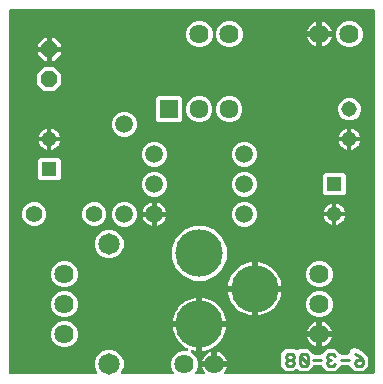
<source format=gbr>
G04 EAGLE Gerber RS-274X export*
G75*
%MOMM*%
%FSLAX34Y34*%
%LPD*%
%INBottom Copper*%
%IPPOS*%
%AMOC8*
5,1,8,0,0,1.08239X$1,22.5*%
G01*
%ADD10C,0.254000*%
%ADD11C,1.625600*%
%ADD12C,1.509600*%
%ADD13C,1.309600*%
%ADD14R,1.309600X1.309600*%
%ADD15P,1.539592X8X112.500000*%
%ADD16R,1.609600X1.609600*%
%ADD17C,1.609600*%
%ADD18C,1.409600*%
%ADD19C,4.013200*%
%ADD20C,1.809600*%

G36*
X77533Y4071D02*
X77533Y4071D01*
X77583Y4069D01*
X77690Y4091D01*
X77799Y4105D01*
X77846Y4123D01*
X77894Y4133D01*
X77993Y4181D01*
X78095Y4222D01*
X78135Y4251D01*
X78180Y4273D01*
X78264Y4344D01*
X78352Y4408D01*
X78384Y4447D01*
X78422Y4479D01*
X78485Y4569D01*
X78555Y4653D01*
X78576Y4698D01*
X78605Y4739D01*
X78644Y4842D01*
X78691Y4941D01*
X78700Y4990D01*
X78718Y5036D01*
X78730Y5146D01*
X78751Y5253D01*
X78747Y5303D01*
X78753Y5352D01*
X78738Y5461D01*
X78731Y5571D01*
X78716Y5618D01*
X78709Y5667D01*
X78657Y5820D01*
X76803Y10294D01*
X76803Y15106D01*
X78645Y19552D01*
X82048Y22955D01*
X86494Y24797D01*
X91306Y24797D01*
X95752Y22955D01*
X99155Y19552D01*
X100997Y15106D01*
X100997Y10294D01*
X99143Y5820D01*
X99130Y5772D01*
X99109Y5727D01*
X99089Y5619D01*
X99060Y5513D01*
X99059Y5463D01*
X99049Y5414D01*
X99056Y5305D01*
X99054Y5195D01*
X99066Y5147D01*
X99069Y5097D01*
X99103Y4993D01*
X99129Y4886D01*
X99152Y4842D01*
X99167Y4795D01*
X99226Y4702D01*
X99277Y4605D01*
X99311Y4568D01*
X99337Y4526D01*
X99417Y4451D01*
X99491Y4369D01*
X99533Y4342D01*
X99569Y4308D01*
X99665Y4255D01*
X99757Y4195D01*
X99804Y4178D01*
X99847Y4154D01*
X99954Y4127D01*
X100058Y4091D01*
X100107Y4087D01*
X100155Y4075D01*
X100316Y4065D01*
X142165Y4065D01*
X142303Y4082D01*
X142441Y4095D01*
X142460Y4102D01*
X142480Y4105D01*
X142610Y4156D01*
X142740Y4203D01*
X142757Y4214D01*
X142776Y4222D01*
X142888Y4303D01*
X143004Y4381D01*
X143017Y4397D01*
X143033Y4408D01*
X143122Y4516D01*
X143214Y4620D01*
X143223Y4638D01*
X143236Y4653D01*
X143295Y4779D01*
X143359Y4903D01*
X143363Y4923D01*
X143372Y4941D01*
X143398Y5077D01*
X143428Y5213D01*
X143428Y5234D01*
X143431Y5253D01*
X143423Y5392D01*
X143419Y5531D01*
X143413Y5551D01*
X143412Y5571D01*
X143369Y5703D01*
X143330Y5837D01*
X143320Y5854D01*
X143314Y5873D01*
X143239Y5991D01*
X143169Y6111D01*
X143150Y6132D01*
X143144Y6142D01*
X143129Y6156D01*
X143062Y6232D01*
X142925Y6369D01*
X141223Y10477D01*
X141223Y14923D01*
X142925Y19031D01*
X146069Y22175D01*
X150177Y23877D01*
X154455Y23877D01*
X154489Y23881D01*
X154523Y23879D01*
X154647Y23901D01*
X154771Y23917D01*
X154802Y23929D01*
X154836Y23935D01*
X154950Y23988D01*
X155066Y24034D01*
X155094Y24054D01*
X155125Y24068D01*
X155222Y24147D01*
X155324Y24220D01*
X155346Y24247D01*
X155372Y24268D01*
X155447Y24369D01*
X155526Y24465D01*
X155541Y24496D01*
X155561Y24524D01*
X155609Y24640D01*
X155662Y24753D01*
X155668Y24787D01*
X155681Y24818D01*
X155698Y24943D01*
X155722Y25065D01*
X155720Y25100D01*
X155724Y25134D01*
X155710Y25258D01*
X155702Y25383D01*
X155692Y25415D01*
X155688Y25449D01*
X155643Y25566D01*
X155604Y25685D01*
X155586Y25714D01*
X155573Y25746D01*
X155501Y25848D01*
X155434Y25954D01*
X155409Y25978D01*
X155389Y26005D01*
X155293Y26086D01*
X155202Y26172D01*
X155172Y26189D01*
X155146Y26211D01*
X155006Y26290D01*
X154148Y26703D01*
X151998Y28054D01*
X150012Y29637D01*
X148217Y31432D01*
X146634Y33418D01*
X145283Y35567D01*
X144181Y37855D01*
X143343Y40252D01*
X142778Y42727D01*
X142636Y43981D01*
X162561Y43981D01*
X162561Y24056D01*
X161307Y24198D01*
X159365Y24641D01*
X159312Y24646D01*
X159261Y24660D01*
X159155Y24662D01*
X159048Y24672D01*
X158996Y24664D01*
X158943Y24665D01*
X158840Y24640D01*
X158734Y24624D01*
X158685Y24603D01*
X158634Y24591D01*
X158540Y24541D01*
X158442Y24499D01*
X158400Y24467D01*
X158353Y24442D01*
X158274Y24370D01*
X158189Y24305D01*
X158157Y24264D01*
X158118Y24228D01*
X158059Y24139D01*
X157993Y24055D01*
X157972Y24007D01*
X157943Y23963D01*
X157908Y23862D01*
X157865Y23764D01*
X157857Y23712D01*
X157840Y23662D01*
X157831Y23556D01*
X157814Y23450D01*
X157819Y23397D01*
X157815Y23345D01*
X157833Y23240D01*
X157842Y23133D01*
X157860Y23083D01*
X157869Y23031D01*
X157913Y22934D01*
X157948Y22833D01*
X157978Y22790D01*
X158000Y22741D01*
X158066Y22658D01*
X158126Y22569D01*
X158165Y22534D01*
X158198Y22493D01*
X158284Y22429D01*
X158363Y22358D01*
X158410Y22334D01*
X158452Y22302D01*
X158597Y22231D01*
X158731Y22175D01*
X161875Y19031D01*
X163577Y14923D01*
X163577Y10477D01*
X161875Y6369D01*
X161738Y6232D01*
X161653Y6122D01*
X161564Y6015D01*
X161555Y5996D01*
X161543Y5980D01*
X161487Y5852D01*
X161428Y5727D01*
X161425Y5707D01*
X161416Y5688D01*
X161395Y5551D01*
X161369Y5414D01*
X161370Y5394D01*
X161367Y5374D01*
X161380Y5236D01*
X161388Y5097D01*
X161395Y5078D01*
X161396Y5058D01*
X161444Y4927D01*
X161486Y4795D01*
X161497Y4777D01*
X161504Y4758D01*
X161582Y4643D01*
X161656Y4526D01*
X161671Y4512D01*
X161683Y4495D01*
X161787Y4403D01*
X161888Y4308D01*
X161906Y4298D01*
X161921Y4285D01*
X162045Y4222D01*
X162167Y4154D01*
X162186Y4149D01*
X162204Y4140D01*
X162340Y4110D01*
X162475Y4075D01*
X162503Y4073D01*
X162515Y4070D01*
X162535Y4071D01*
X162635Y4065D01*
X168396Y4065D01*
X168435Y4070D01*
X168475Y4067D01*
X168592Y4090D01*
X168711Y4105D01*
X168748Y4119D01*
X168787Y4127D01*
X168896Y4178D01*
X169007Y4222D01*
X169039Y4245D01*
X169075Y4262D01*
X169167Y4338D01*
X169264Y4408D01*
X169290Y4439D01*
X169320Y4464D01*
X169391Y4561D01*
X169467Y4653D01*
X169484Y4689D01*
X169507Y4722D01*
X169552Y4833D01*
X169602Y4941D01*
X169610Y4980D01*
X169625Y5017D01*
X169640Y5136D01*
X169662Y5253D01*
X169660Y5293D01*
X169665Y5333D01*
X169650Y5452D01*
X169643Y5571D01*
X169630Y5609D01*
X169625Y5648D01*
X169581Y5760D01*
X169544Y5873D01*
X169523Y5907D01*
X169509Y5944D01*
X169422Y6080D01*
X168675Y7108D01*
X167913Y8605D01*
X167407Y10161D01*
X176530Y10161D01*
X176648Y10176D01*
X176767Y10183D01*
X176805Y10196D01*
X176845Y10201D01*
X176956Y10244D01*
X177069Y10281D01*
X177103Y10303D01*
X177141Y10318D01*
X177237Y10388D01*
X177338Y10451D01*
X177366Y10481D01*
X177398Y10504D01*
X177474Y10596D01*
X177556Y10683D01*
X177575Y10718D01*
X177601Y10749D01*
X177652Y10857D01*
X177709Y10961D01*
X177720Y11001D01*
X177737Y11037D01*
X177759Y11154D01*
X177789Y11269D01*
X177793Y11330D01*
X177797Y11350D01*
X177795Y11370D01*
X177799Y11430D01*
X177799Y12701D01*
X177801Y12701D01*
X177801Y11430D01*
X177816Y11312D01*
X177823Y11193D01*
X177836Y11155D01*
X177841Y11114D01*
X177885Y11004D01*
X177921Y10891D01*
X177943Y10856D01*
X177958Y10819D01*
X178028Y10723D01*
X178091Y10622D01*
X178121Y10594D01*
X178145Y10561D01*
X178236Y10486D01*
X178323Y10404D01*
X178358Y10384D01*
X178390Y10359D01*
X178497Y10308D01*
X178602Y10250D01*
X178641Y10240D01*
X178677Y10223D01*
X178794Y10201D01*
X178909Y10171D01*
X178970Y10167D01*
X178990Y10163D01*
X179010Y10165D01*
X179070Y10161D01*
X188193Y10161D01*
X187687Y8605D01*
X186925Y7108D01*
X186178Y6080D01*
X186158Y6045D01*
X186133Y6015D01*
X186082Y5906D01*
X186024Y5801D01*
X186014Y5763D01*
X185998Y5727D01*
X185975Y5610D01*
X185945Y5493D01*
X185945Y5453D01*
X185938Y5414D01*
X185945Y5295D01*
X185945Y5175D01*
X185955Y5137D01*
X185957Y5097D01*
X185994Y4983D01*
X186024Y4867D01*
X186043Y4832D01*
X186056Y4795D01*
X186120Y4693D01*
X186177Y4588D01*
X186204Y4559D01*
X186226Y4526D01*
X186313Y4444D01*
X186395Y4357D01*
X186428Y4335D01*
X186457Y4308D01*
X186562Y4250D01*
X186663Y4186D01*
X186701Y4174D01*
X186736Y4154D01*
X186852Y4125D01*
X186966Y4087D01*
X187005Y4085D01*
X187044Y4075D01*
X187204Y4065D01*
X312166Y4065D01*
X312284Y4080D01*
X312403Y4087D01*
X312441Y4100D01*
X312482Y4105D01*
X312592Y4148D01*
X312705Y4185D01*
X312740Y4207D01*
X312777Y4222D01*
X312873Y4291D01*
X312974Y4355D01*
X313002Y4385D01*
X313035Y4408D01*
X313111Y4500D01*
X313192Y4587D01*
X313212Y4622D01*
X313237Y4653D01*
X313288Y4761D01*
X313346Y4865D01*
X313356Y4905D01*
X313373Y4941D01*
X313395Y5058D01*
X313425Y5173D01*
X313429Y5233D01*
X313433Y5253D01*
X313431Y5274D01*
X313435Y5334D01*
X313435Y312166D01*
X313420Y312284D01*
X313413Y312403D01*
X313400Y312441D01*
X313395Y312482D01*
X313352Y312592D01*
X313315Y312705D01*
X313293Y312740D01*
X313278Y312777D01*
X313209Y312873D01*
X313145Y312974D01*
X313115Y313002D01*
X313092Y313035D01*
X313000Y313111D01*
X312913Y313192D01*
X312878Y313212D01*
X312847Y313237D01*
X312739Y313288D01*
X312635Y313346D01*
X312595Y313356D01*
X312559Y313373D01*
X312442Y313395D01*
X312327Y313425D01*
X312267Y313429D01*
X312247Y313433D01*
X312226Y313431D01*
X312166Y313435D01*
X5334Y313435D01*
X5216Y313420D01*
X5097Y313413D01*
X5059Y313400D01*
X5018Y313395D01*
X4908Y313352D01*
X4795Y313315D01*
X4760Y313293D01*
X4723Y313278D01*
X4627Y313209D01*
X4526Y313145D01*
X4498Y313115D01*
X4465Y313092D01*
X4389Y313000D01*
X4308Y312913D01*
X4288Y312878D01*
X4263Y312847D01*
X4212Y312739D01*
X4154Y312635D01*
X4144Y312595D01*
X4127Y312559D01*
X4105Y312442D01*
X4075Y312327D01*
X4071Y312267D01*
X4067Y312247D01*
X4069Y312226D01*
X4065Y312166D01*
X4065Y5334D01*
X4080Y5216D01*
X4087Y5097D01*
X4100Y5059D01*
X4105Y5018D01*
X4148Y4908D01*
X4185Y4795D01*
X4207Y4760D01*
X4222Y4723D01*
X4291Y4627D01*
X4355Y4526D01*
X4385Y4498D01*
X4408Y4465D01*
X4500Y4389D01*
X4587Y4308D01*
X4622Y4288D01*
X4653Y4263D01*
X4761Y4212D01*
X4865Y4154D01*
X4905Y4144D01*
X4941Y4127D01*
X5058Y4105D01*
X5173Y4075D01*
X5233Y4071D01*
X5253Y4067D01*
X5274Y4069D01*
X5334Y4065D01*
X77484Y4065D01*
X77533Y4071D01*
G37*
%LPC*%
G36*
X160502Y83405D02*
X160502Y83405D01*
X152007Y86924D01*
X145504Y93427D01*
X141985Y101922D01*
X141985Y111118D01*
X145504Y119613D01*
X152007Y126116D01*
X160502Y129635D01*
X169698Y129635D01*
X178193Y126116D01*
X184696Y119613D01*
X188215Y111118D01*
X188215Y101922D01*
X184696Y93427D01*
X178193Y86924D01*
X169698Y83405D01*
X160502Y83405D01*
G37*
%LPD*%
%LPC*%
G36*
X238187Y7111D02*
X238187Y7111D01*
X233962Y11336D01*
X233962Y21693D01*
X235285Y23016D01*
X238187Y25917D01*
X245154Y25917D01*
X246620Y24452D01*
X246714Y24379D01*
X246803Y24300D01*
X246839Y24281D01*
X246871Y24257D01*
X246981Y24209D01*
X247087Y24155D01*
X247126Y24146D01*
X247163Y24130D01*
X247281Y24112D01*
X247397Y24086D01*
X247437Y24087D01*
X247477Y24080D01*
X247596Y24092D01*
X247715Y24095D01*
X247754Y24107D01*
X247794Y24110D01*
X247906Y24151D01*
X248020Y24184D01*
X248055Y24204D01*
X248093Y24218D01*
X248192Y24285D01*
X248294Y24345D01*
X248340Y24385D01*
X248356Y24396D01*
X248370Y24412D01*
X248415Y24452D01*
X249881Y25917D01*
X256848Y25917D01*
X261189Y21577D01*
X261193Y21563D01*
X261215Y21529D01*
X261230Y21491D01*
X261300Y21395D01*
X261363Y21294D01*
X261393Y21266D01*
X261417Y21234D01*
X261508Y21158D01*
X261595Y21076D01*
X261630Y21057D01*
X261662Y21031D01*
X261769Y20980D01*
X261873Y20923D01*
X261913Y20913D01*
X261949Y20895D01*
X262066Y20873D01*
X262181Y20843D01*
X262242Y20839D01*
X262262Y20836D01*
X262282Y20837D01*
X262342Y20833D01*
X267775Y20833D01*
X267893Y20848D01*
X268012Y20855D01*
X268050Y20868D01*
X268090Y20873D01*
X268201Y20917D01*
X268314Y20953D01*
X268349Y20975D01*
X268386Y20990D01*
X268482Y21060D01*
X268583Y21124D01*
X268611Y21153D01*
X268644Y21177D01*
X268719Y21269D01*
X268801Y21355D01*
X268821Y21391D01*
X268846Y21422D01*
X268897Y21529D01*
X268917Y21566D01*
X273269Y25917D01*
X280236Y25917D01*
X284577Y21577D01*
X284581Y21563D01*
X284603Y21529D01*
X284618Y21491D01*
X284688Y21395D01*
X284751Y21294D01*
X284781Y21266D01*
X284805Y21234D01*
X284896Y21158D01*
X284983Y21076D01*
X285018Y21057D01*
X285049Y21031D01*
X285157Y20980D01*
X285261Y20923D01*
X285301Y20913D01*
X285337Y20895D01*
X285454Y20873D01*
X285569Y20843D01*
X285630Y20839D01*
X285650Y20836D01*
X285670Y20837D01*
X285730Y20833D01*
X290755Y20833D01*
X290897Y20851D01*
X291040Y20866D01*
X291055Y20871D01*
X291071Y20873D01*
X291204Y20926D01*
X291339Y20975D01*
X291352Y20984D01*
X291366Y20990D01*
X291482Y21074D01*
X291601Y21156D01*
X291611Y21168D01*
X291624Y21177D01*
X291715Y21288D01*
X291809Y21396D01*
X291820Y21414D01*
X291827Y21422D01*
X291834Y21438D01*
X291890Y21535D01*
X293688Y25130D01*
X297082Y26261D01*
X300892Y24357D01*
X300943Y24339D01*
X300991Y24312D01*
X301093Y24286D01*
X301192Y24251D01*
X301246Y24246D01*
X301299Y24233D01*
X301460Y24223D01*
X301929Y24223D01*
X302553Y23599D01*
X302650Y23523D01*
X302744Y23442D01*
X302789Y23416D01*
X302804Y23404D01*
X302824Y23396D01*
X302883Y23361D01*
X303672Y22967D01*
X303820Y22521D01*
X303844Y22472D01*
X303859Y22420D01*
X303912Y22329D01*
X303958Y22234D01*
X303993Y22193D01*
X304021Y22146D01*
X304127Y22025D01*
X304947Y21205D01*
X307849Y18303D01*
X307849Y11336D01*
X303624Y7111D01*
X296657Y7111D01*
X292316Y11452D01*
X292312Y11466D01*
X292290Y11500D01*
X292275Y11538D01*
X292205Y11634D01*
X292142Y11734D01*
X292112Y11762D01*
X292088Y11795D01*
X291997Y11871D01*
X291910Y11952D01*
X291875Y11972D01*
X291843Y11998D01*
X291736Y12048D01*
X291632Y12106D01*
X291592Y12116D01*
X291556Y12133D01*
X291439Y12156D01*
X291324Y12185D01*
X291263Y12189D01*
X291243Y12193D01*
X291223Y12192D01*
X291163Y12196D01*
X285730Y12196D01*
X285612Y12181D01*
X285493Y12173D01*
X285455Y12161D01*
X285415Y12156D01*
X285304Y12112D01*
X285191Y12075D01*
X285156Y12054D01*
X285119Y12039D01*
X285023Y11969D01*
X284922Y11905D01*
X284894Y11876D01*
X284861Y11852D01*
X284786Y11760D01*
X284704Y11673D01*
X284684Y11638D01*
X284659Y11607D01*
X284608Y11499D01*
X284588Y11463D01*
X280236Y7111D01*
X273269Y7111D01*
X268928Y11452D01*
X268924Y11466D01*
X268902Y11500D01*
X268887Y11538D01*
X268817Y11634D01*
X268754Y11734D01*
X268724Y11762D01*
X268700Y11795D01*
X268609Y11871D01*
X268522Y11952D01*
X268487Y11972D01*
X268456Y11998D01*
X268348Y12048D01*
X268244Y12106D01*
X268204Y12116D01*
X268168Y12133D01*
X268051Y12156D01*
X267936Y12185D01*
X267875Y12189D01*
X267855Y12193D01*
X267835Y12192D01*
X267775Y12196D01*
X262342Y12196D01*
X262224Y12181D01*
X262105Y12173D01*
X262067Y12161D01*
X262027Y12156D01*
X261916Y12112D01*
X261803Y12075D01*
X261768Y12054D01*
X261731Y12039D01*
X261635Y11969D01*
X261534Y11905D01*
X261506Y11876D01*
X261474Y11852D01*
X261398Y11760D01*
X261316Y11673D01*
X261297Y11638D01*
X261271Y11607D01*
X261220Y11499D01*
X261200Y11463D01*
X256848Y7111D01*
X249881Y7111D01*
X248415Y8577D01*
X248321Y8650D01*
X248232Y8729D01*
X248196Y8747D01*
X248164Y8772D01*
X248054Y8819D01*
X247948Y8874D01*
X247909Y8882D01*
X247872Y8898D01*
X247754Y8917D01*
X247638Y8943D01*
X247598Y8942D01*
X247558Y8948D01*
X247439Y8937D01*
X247320Y8933D01*
X247281Y8922D01*
X247241Y8918D01*
X247129Y8878D01*
X247015Y8845D01*
X246980Y8824D01*
X246942Y8811D01*
X246844Y8744D01*
X246741Y8683D01*
X246696Y8644D01*
X246679Y8632D01*
X246665Y8617D01*
X246620Y8577D01*
X246477Y8434D01*
X245154Y7111D01*
X238187Y7111D01*
G37*
%LPD*%
%LPC*%
G36*
X130389Y217503D02*
X130389Y217503D01*
X128603Y219289D01*
X128603Y237911D01*
X130389Y239697D01*
X149011Y239697D01*
X150797Y237911D01*
X150797Y219289D01*
X149011Y217503D01*
X130389Y217503D01*
G37*
%LPD*%
%LPC*%
G36*
X86494Y102203D02*
X86494Y102203D01*
X82048Y104045D01*
X78645Y107448D01*
X76803Y111894D01*
X76803Y116706D01*
X78645Y121152D01*
X82048Y124555D01*
X86494Y126397D01*
X91306Y126397D01*
X95752Y124555D01*
X99155Y121152D01*
X100997Y116706D01*
X100997Y111894D01*
X99155Y107448D01*
X95752Y104045D01*
X91306Y102203D01*
X86494Y102203D01*
G37*
%LPD*%
%LPC*%
G36*
X188277Y280923D02*
X188277Y280923D01*
X184169Y282625D01*
X181025Y285769D01*
X179323Y289877D01*
X179323Y294323D01*
X181025Y298431D01*
X184169Y301575D01*
X188277Y303277D01*
X192723Y303277D01*
X196831Y301575D01*
X199975Y298431D01*
X201677Y294323D01*
X201677Y289877D01*
X199975Y285769D01*
X196831Y282625D01*
X192723Y280923D01*
X188277Y280923D01*
G37*
%LPD*%
%LPC*%
G36*
X162877Y280923D02*
X162877Y280923D01*
X158769Y282625D01*
X155625Y285769D01*
X153923Y289877D01*
X153923Y294323D01*
X155625Y298431D01*
X158769Y301575D01*
X162877Y303277D01*
X167323Y303277D01*
X171431Y301575D01*
X174575Y298431D01*
X176277Y294323D01*
X176277Y289877D01*
X174575Y285769D01*
X171431Y282625D01*
X167323Y280923D01*
X162877Y280923D01*
G37*
%LPD*%
%LPC*%
G36*
X289877Y280923D02*
X289877Y280923D01*
X285769Y282625D01*
X282625Y285769D01*
X280923Y289877D01*
X280923Y294323D01*
X282625Y298431D01*
X285769Y301575D01*
X289877Y303277D01*
X294323Y303277D01*
X298431Y301575D01*
X301575Y298431D01*
X303277Y294323D01*
X303277Y289877D01*
X301575Y285769D01*
X298431Y282625D01*
X294323Y280923D01*
X289877Y280923D01*
G37*
%LPD*%
%LPC*%
G36*
X48577Y52323D02*
X48577Y52323D01*
X44469Y54025D01*
X41325Y57169D01*
X39623Y61277D01*
X39623Y65723D01*
X41325Y69831D01*
X44469Y72975D01*
X48577Y74677D01*
X53023Y74677D01*
X57131Y72975D01*
X60275Y69831D01*
X61977Y65723D01*
X61977Y61277D01*
X60275Y57169D01*
X57131Y54025D01*
X53023Y52323D01*
X48577Y52323D01*
G37*
%LPD*%
%LPC*%
G36*
X264477Y52323D02*
X264477Y52323D01*
X260369Y54025D01*
X257225Y57169D01*
X255523Y61277D01*
X255523Y65723D01*
X257225Y69831D01*
X260369Y72975D01*
X264477Y74677D01*
X268923Y74677D01*
X273031Y72975D01*
X276175Y69831D01*
X277877Y65723D01*
X277877Y61277D01*
X276175Y57169D01*
X273031Y54025D01*
X268923Y52323D01*
X264477Y52323D01*
G37*
%LPD*%
%LPC*%
G36*
X264477Y77723D02*
X264477Y77723D01*
X260369Y79425D01*
X257225Y82569D01*
X255523Y86677D01*
X255523Y91123D01*
X257225Y95231D01*
X260369Y98375D01*
X264477Y100077D01*
X268923Y100077D01*
X273031Y98375D01*
X276175Y95231D01*
X277877Y91123D01*
X277877Y86677D01*
X276175Y82569D01*
X273031Y79425D01*
X268923Y77723D01*
X264477Y77723D01*
G37*
%LPD*%
%LPC*%
G36*
X48577Y77723D02*
X48577Y77723D01*
X44469Y79425D01*
X41325Y82569D01*
X39623Y86677D01*
X39623Y91123D01*
X41325Y95231D01*
X44469Y98375D01*
X48577Y100077D01*
X53023Y100077D01*
X57131Y98375D01*
X60275Y95231D01*
X61977Y91123D01*
X61977Y86677D01*
X60275Y82569D01*
X57131Y79425D01*
X53023Y77723D01*
X48577Y77723D01*
G37*
%LPD*%
%LPC*%
G36*
X48577Y26923D02*
X48577Y26923D01*
X44469Y28625D01*
X41325Y31769D01*
X39623Y35877D01*
X39623Y40323D01*
X41325Y44431D01*
X44469Y47575D01*
X48577Y49277D01*
X53023Y49277D01*
X57131Y47575D01*
X60275Y44431D01*
X61977Y40323D01*
X61977Y35877D01*
X60275Y31769D01*
X57131Y28625D01*
X53023Y26923D01*
X48577Y26923D01*
G37*
%LPD*%
%LPC*%
G36*
X188293Y217503D02*
X188293Y217503D01*
X184214Y219193D01*
X181093Y222314D01*
X179403Y226393D01*
X179403Y230807D01*
X181093Y234886D01*
X184214Y238007D01*
X188293Y239697D01*
X192707Y239697D01*
X196786Y238007D01*
X199907Y234886D01*
X201597Y230807D01*
X201597Y226393D01*
X199907Y222314D01*
X196786Y219193D01*
X192707Y217503D01*
X188293Y217503D01*
G37*
%LPD*%
%LPC*%
G36*
X162893Y217503D02*
X162893Y217503D01*
X158814Y219193D01*
X155693Y222314D01*
X154003Y226393D01*
X154003Y230807D01*
X155693Y234886D01*
X158814Y238007D01*
X162893Y239697D01*
X167307Y239697D01*
X171386Y238007D01*
X174507Y234886D01*
X176197Y230807D01*
X176197Y226393D01*
X174507Y222314D01*
X171386Y219193D01*
X167307Y217503D01*
X162893Y217503D01*
G37*
%LPD*%
%LPC*%
G36*
X271589Y155503D02*
X271589Y155503D01*
X269803Y157289D01*
X269803Y172911D01*
X271589Y174697D01*
X287211Y174697D01*
X288997Y172911D01*
X288997Y157289D01*
X287211Y155503D01*
X271589Y155503D01*
G37*
%LPD*%
%LPC*%
G36*
X30289Y168203D02*
X30289Y168203D01*
X28503Y169989D01*
X28503Y185611D01*
X30289Y187397D01*
X45911Y187397D01*
X47697Y185611D01*
X47697Y169989D01*
X45911Y168203D01*
X30289Y168203D01*
G37*
%LPD*%
%LPC*%
G36*
X99492Y205303D02*
X99492Y205303D01*
X95597Y206917D01*
X92617Y209897D01*
X91003Y213792D01*
X91003Y218008D01*
X92617Y221903D01*
X95597Y224883D01*
X99492Y226497D01*
X103708Y226497D01*
X107603Y224883D01*
X110583Y221903D01*
X112197Y218008D01*
X112197Y213792D01*
X110583Y209897D01*
X107603Y206917D01*
X103708Y205303D01*
X99492Y205303D01*
G37*
%LPD*%
%LPC*%
G36*
X201092Y129103D02*
X201092Y129103D01*
X197197Y130717D01*
X194217Y133697D01*
X192603Y137592D01*
X192603Y141808D01*
X194217Y145703D01*
X197197Y148683D01*
X201092Y150297D01*
X205308Y150297D01*
X209203Y148683D01*
X212183Y145703D01*
X213797Y141808D01*
X213797Y137592D01*
X212183Y133697D01*
X209203Y130717D01*
X205308Y129103D01*
X201092Y129103D01*
G37*
%LPD*%
%LPC*%
G36*
X99492Y129103D02*
X99492Y129103D01*
X95597Y130717D01*
X92617Y133697D01*
X91003Y137592D01*
X91003Y141808D01*
X92617Y145703D01*
X95597Y148683D01*
X99492Y150297D01*
X103708Y150297D01*
X107603Y148683D01*
X110583Y145703D01*
X112197Y141808D01*
X112197Y137592D01*
X110583Y133697D01*
X107603Y130717D01*
X103708Y129103D01*
X99492Y129103D01*
G37*
%LPD*%
%LPC*%
G36*
X201092Y179903D02*
X201092Y179903D01*
X197197Y181517D01*
X194217Y184497D01*
X192603Y188392D01*
X192603Y192608D01*
X194217Y196503D01*
X197197Y199483D01*
X201092Y201097D01*
X205308Y201097D01*
X209203Y199483D01*
X212183Y196503D01*
X213797Y192608D01*
X213797Y188392D01*
X212183Y184497D01*
X209203Y181517D01*
X205308Y179903D01*
X201092Y179903D01*
G37*
%LPD*%
%LPC*%
G36*
X124892Y179903D02*
X124892Y179903D01*
X120997Y181517D01*
X118017Y184497D01*
X116403Y188392D01*
X116403Y192608D01*
X118017Y196503D01*
X120997Y199483D01*
X124892Y201097D01*
X129108Y201097D01*
X133003Y199483D01*
X135983Y196503D01*
X137597Y192608D01*
X137597Y188392D01*
X135983Y184497D01*
X133003Y181517D01*
X129108Y179903D01*
X124892Y179903D01*
G37*
%LPD*%
%LPC*%
G36*
X201092Y154503D02*
X201092Y154503D01*
X197197Y156117D01*
X194217Y159097D01*
X192603Y162992D01*
X192603Y167208D01*
X194217Y171103D01*
X197197Y174083D01*
X201092Y175697D01*
X205308Y175697D01*
X209203Y174083D01*
X212183Y171103D01*
X213797Y167208D01*
X213797Y162992D01*
X212183Y159097D01*
X209203Y156117D01*
X205308Y154503D01*
X201092Y154503D01*
G37*
%LPD*%
%LPC*%
G36*
X124892Y154503D02*
X124892Y154503D01*
X120997Y156117D01*
X118017Y159097D01*
X116403Y162992D01*
X116403Y167208D01*
X118017Y171103D01*
X120997Y174083D01*
X124892Y175697D01*
X129108Y175697D01*
X133003Y174083D01*
X135983Y171103D01*
X137597Y167208D01*
X137597Y162992D01*
X135983Y159097D01*
X133003Y156117D01*
X129108Y154503D01*
X124892Y154503D01*
G37*
%LPD*%
%LPC*%
G36*
X33891Y243839D02*
X33891Y243839D01*
X27939Y249791D01*
X27939Y258209D01*
X33891Y264161D01*
X42309Y264161D01*
X48261Y258209D01*
X48261Y249791D01*
X42309Y243839D01*
X33891Y243839D01*
G37*
%LPD*%
%LPC*%
G36*
X23392Y129603D02*
X23392Y129603D01*
X19681Y131140D01*
X16840Y133981D01*
X15303Y137692D01*
X15303Y141708D01*
X16840Y145419D01*
X19681Y148260D01*
X23392Y149797D01*
X27408Y149797D01*
X31119Y148260D01*
X33960Y145419D01*
X35497Y141708D01*
X35497Y137692D01*
X33960Y133981D01*
X31119Y131140D01*
X27408Y129603D01*
X23392Y129603D01*
G37*
%LPD*%
%LPC*%
G36*
X74192Y129603D02*
X74192Y129603D01*
X70481Y131140D01*
X67640Y133981D01*
X66103Y137692D01*
X66103Y141708D01*
X67640Y145419D01*
X70481Y148260D01*
X74192Y149797D01*
X78208Y149797D01*
X81919Y148260D01*
X84760Y145419D01*
X86297Y141708D01*
X86297Y137692D01*
X84760Y133981D01*
X81919Y131140D01*
X78208Y129603D01*
X74192Y129603D01*
G37*
%LPD*%
%LPC*%
G36*
X214639Y79059D02*
X214639Y79059D01*
X214639Y98984D01*
X215893Y98842D01*
X218368Y98277D01*
X220765Y97439D01*
X223053Y96337D01*
X225202Y94986D01*
X227188Y93403D01*
X228983Y91608D01*
X230566Y89622D01*
X231917Y87473D01*
X233019Y85185D01*
X233857Y82788D01*
X234422Y80313D01*
X234564Y79059D01*
X214639Y79059D01*
G37*
%LPD*%
%LPC*%
G36*
X167639Y49059D02*
X167639Y49059D01*
X167639Y68984D01*
X168893Y68842D01*
X171368Y68277D01*
X173765Y67439D01*
X176053Y66337D01*
X178202Y64986D01*
X180188Y63403D01*
X181983Y61608D01*
X183566Y59622D01*
X184917Y57473D01*
X186019Y55185D01*
X186857Y52788D01*
X187422Y50313D01*
X187564Y49059D01*
X167639Y49059D01*
G37*
%LPD*%
%LPC*%
G36*
X189636Y79059D02*
X189636Y79059D01*
X189778Y80313D01*
X190343Y82788D01*
X191181Y85185D01*
X192283Y87473D01*
X193634Y89622D01*
X195217Y91608D01*
X197012Y93403D01*
X198998Y94986D01*
X201147Y96337D01*
X203435Y97439D01*
X205832Y98277D01*
X208307Y98842D01*
X209561Y98984D01*
X209561Y79059D01*
X189636Y79059D01*
G37*
%LPD*%
%LPC*%
G36*
X142636Y49059D02*
X142636Y49059D01*
X142778Y50313D01*
X143343Y52788D01*
X144181Y55185D01*
X145283Y57473D01*
X146634Y59622D01*
X148217Y61608D01*
X150012Y63403D01*
X151998Y64986D01*
X154147Y66337D01*
X156435Y67439D01*
X158832Y68277D01*
X161307Y68842D01*
X162561Y68984D01*
X162561Y49059D01*
X142636Y49059D01*
G37*
%LPD*%
%LPC*%
G36*
X214639Y73981D02*
X214639Y73981D01*
X234564Y73981D01*
X234422Y72727D01*
X233857Y70252D01*
X233019Y67855D01*
X231917Y65567D01*
X230566Y63418D01*
X228983Y61432D01*
X227188Y59637D01*
X225202Y58054D01*
X223053Y56703D01*
X220765Y55601D01*
X218368Y54763D01*
X215893Y54198D01*
X214639Y54056D01*
X214639Y73981D01*
G37*
%LPD*%
%LPC*%
G36*
X167639Y43981D02*
X167639Y43981D01*
X187564Y43981D01*
X187422Y42727D01*
X186857Y40252D01*
X186019Y37855D01*
X184917Y35567D01*
X183566Y33418D01*
X181983Y31432D01*
X180188Y29637D01*
X178202Y28054D01*
X176053Y26703D01*
X173765Y25601D01*
X171368Y24763D01*
X168893Y24198D01*
X167639Y24056D01*
X167639Y43981D01*
G37*
%LPD*%
%LPC*%
G36*
X208307Y54198D02*
X208307Y54198D01*
X205832Y54763D01*
X203435Y55601D01*
X201147Y56703D01*
X198998Y58054D01*
X197012Y59637D01*
X195217Y61432D01*
X193634Y63418D01*
X192283Y65567D01*
X191181Y67855D01*
X190343Y70252D01*
X189778Y72727D01*
X189636Y73981D01*
X209561Y73981D01*
X209561Y54056D01*
X208307Y54198D01*
G37*
%LPD*%
%LPC*%
G36*
X290191Y219003D02*
X290191Y219003D01*
X286664Y220464D01*
X283964Y223164D01*
X282503Y226691D01*
X282503Y230509D01*
X283964Y234036D01*
X286664Y236736D01*
X290191Y238197D01*
X294009Y238197D01*
X297536Y236736D01*
X300236Y234036D01*
X301697Y230509D01*
X301697Y226691D01*
X300236Y223164D01*
X297536Y220464D01*
X294009Y219003D01*
X290191Y219003D01*
G37*
%LPD*%
%LPC*%
G36*
X269239Y294639D02*
X269239Y294639D01*
X269239Y302493D01*
X270795Y301987D01*
X272292Y301225D01*
X273650Y300238D01*
X274838Y299050D01*
X275825Y297692D01*
X276587Y296195D01*
X277093Y294639D01*
X269239Y294639D01*
G37*
%LPD*%
%LPC*%
G36*
X269239Y40639D02*
X269239Y40639D01*
X269239Y48493D01*
X270795Y47987D01*
X272292Y47225D01*
X273650Y46238D01*
X274838Y45050D01*
X275825Y43692D01*
X276587Y42195D01*
X277093Y40639D01*
X269239Y40639D01*
G37*
%LPD*%
%LPC*%
G36*
X180339Y15239D02*
X180339Y15239D01*
X180339Y23093D01*
X181895Y22587D01*
X183392Y21825D01*
X184750Y20838D01*
X185938Y19650D01*
X186925Y18292D01*
X187687Y16795D01*
X188193Y15239D01*
X180339Y15239D01*
G37*
%LPD*%
%LPC*%
G36*
X256307Y294639D02*
X256307Y294639D01*
X256813Y296195D01*
X257575Y297692D01*
X258562Y299050D01*
X259750Y300238D01*
X261108Y301225D01*
X262605Y301987D01*
X264161Y302493D01*
X264161Y294639D01*
X256307Y294639D01*
G37*
%LPD*%
%LPC*%
G36*
X269239Y35561D02*
X269239Y35561D01*
X277093Y35561D01*
X276587Y34005D01*
X275825Y32508D01*
X274838Y31150D01*
X273650Y29962D01*
X272292Y28975D01*
X270795Y28213D01*
X269239Y27707D01*
X269239Y35561D01*
G37*
%LPD*%
%LPC*%
G36*
X269239Y289561D02*
X269239Y289561D01*
X277093Y289561D01*
X276587Y288005D01*
X275825Y286508D01*
X274838Y285150D01*
X273650Y283962D01*
X272292Y282975D01*
X270795Y282213D01*
X269239Y281707D01*
X269239Y289561D01*
G37*
%LPD*%
%LPC*%
G36*
X256307Y40639D02*
X256307Y40639D01*
X256813Y42195D01*
X257575Y43692D01*
X258562Y45050D01*
X259750Y46238D01*
X261108Y47225D01*
X262605Y47987D01*
X264161Y48493D01*
X264161Y40639D01*
X256307Y40639D01*
G37*
%LPD*%
%LPC*%
G36*
X167407Y15239D02*
X167407Y15239D01*
X167913Y16795D01*
X168675Y18292D01*
X169662Y19650D01*
X170850Y20838D01*
X172208Y21825D01*
X173705Y22587D01*
X175261Y23093D01*
X175261Y15239D01*
X167407Y15239D01*
G37*
%LPD*%
%LPC*%
G36*
X262605Y282213D02*
X262605Y282213D01*
X261108Y282975D01*
X259750Y283962D01*
X258562Y285150D01*
X257575Y286508D01*
X256813Y288005D01*
X256307Y289561D01*
X264161Y289561D01*
X264161Y281707D01*
X262605Y282213D01*
G37*
%LPD*%
%LPC*%
G36*
X262605Y28213D02*
X262605Y28213D01*
X261108Y28975D01*
X259750Y29962D01*
X258562Y31150D01*
X257575Y32508D01*
X256813Y34005D01*
X256307Y35561D01*
X264161Y35561D01*
X264161Y27707D01*
X262605Y28213D01*
G37*
%LPD*%
%LPC*%
G36*
X40131Y281431D02*
X40131Y281431D01*
X40131Y289053D01*
X42098Y289053D01*
X47753Y283398D01*
X47753Y281431D01*
X40131Y281431D01*
G37*
%LPD*%
%LPC*%
G36*
X40131Y277369D02*
X40131Y277369D01*
X47753Y277369D01*
X47753Y275402D01*
X42098Y269747D01*
X40131Y269747D01*
X40131Y277369D01*
G37*
%LPD*%
%LPC*%
G36*
X28447Y281431D02*
X28447Y281431D01*
X28447Y283398D01*
X34102Y289053D01*
X36069Y289053D01*
X36069Y281431D01*
X28447Y281431D01*
G37*
%LPD*%
%LPC*%
G36*
X34102Y269747D02*
X34102Y269747D01*
X28447Y275402D01*
X28447Y277369D01*
X36069Y277369D01*
X36069Y269747D01*
X34102Y269747D01*
G37*
%LPD*%
%LPC*%
G36*
X129249Y141949D02*
X129249Y141949D01*
X129249Y149558D01*
X129362Y149540D01*
X130873Y149050D01*
X132288Y148329D01*
X133572Y147395D01*
X134695Y146272D01*
X135629Y144988D01*
X136350Y143573D01*
X136840Y142062D01*
X136858Y141949D01*
X129249Y141949D01*
G37*
%LPD*%
%LPC*%
G36*
X129249Y137451D02*
X129249Y137451D01*
X136858Y137451D01*
X136840Y137338D01*
X136350Y135827D01*
X135629Y134412D01*
X134695Y133128D01*
X133572Y132005D01*
X132288Y131071D01*
X130873Y130350D01*
X129362Y129860D01*
X129249Y129842D01*
X129249Y137451D01*
G37*
%LPD*%
%LPC*%
G36*
X117142Y141949D02*
X117142Y141949D01*
X117160Y142062D01*
X117650Y143573D01*
X118371Y144988D01*
X119305Y146272D01*
X120428Y147395D01*
X121712Y148329D01*
X123127Y149050D01*
X124638Y149540D01*
X124751Y149558D01*
X124751Y141949D01*
X117142Y141949D01*
G37*
%LPD*%
%LPC*%
G36*
X124638Y129860D02*
X124638Y129860D01*
X123127Y130350D01*
X121712Y131071D01*
X120428Y132005D01*
X119305Y133128D01*
X118371Y134412D01*
X117650Y135827D01*
X117160Y137338D01*
X117142Y137451D01*
X124751Y137451D01*
X124751Y129842D01*
X124638Y129860D01*
G37*
%LPD*%
%LPC*%
G36*
X293849Y204949D02*
X293849Y204949D01*
X293849Y212125D01*
X294228Y212065D01*
X295589Y211623D01*
X296863Y210973D01*
X298021Y210132D01*
X299032Y209121D01*
X299873Y207963D01*
X300523Y206689D01*
X300965Y205328D01*
X301025Y204949D01*
X293849Y204949D01*
G37*
%LPD*%
%LPC*%
G36*
X39849Y204949D02*
X39849Y204949D01*
X39849Y212125D01*
X40228Y212065D01*
X41589Y211623D01*
X42863Y210973D01*
X44021Y210132D01*
X45032Y209121D01*
X45873Y207963D01*
X46523Y206689D01*
X46965Y205328D01*
X47025Y204949D01*
X39849Y204949D01*
G37*
%LPD*%
%LPC*%
G36*
X281149Y141449D02*
X281149Y141449D01*
X281149Y148625D01*
X281528Y148565D01*
X282889Y148123D01*
X284163Y147473D01*
X285321Y146632D01*
X286332Y145621D01*
X287173Y144463D01*
X287823Y143189D01*
X288265Y141828D01*
X288325Y141449D01*
X281149Y141449D01*
G37*
%LPD*%
%LPC*%
G36*
X293849Y201451D02*
X293849Y201451D01*
X301025Y201451D01*
X300965Y201072D01*
X300523Y199711D01*
X299873Y198437D01*
X299032Y197279D01*
X298021Y196268D01*
X296863Y195427D01*
X295589Y194777D01*
X294228Y194335D01*
X293849Y194275D01*
X293849Y201451D01*
G37*
%LPD*%
%LPC*%
G36*
X283175Y204949D02*
X283175Y204949D01*
X283235Y205328D01*
X283677Y206689D01*
X284327Y207963D01*
X285168Y209121D01*
X286179Y210132D01*
X287337Y210973D01*
X288611Y211623D01*
X289972Y212065D01*
X290351Y212125D01*
X290351Y204949D01*
X283175Y204949D01*
G37*
%LPD*%
%LPC*%
G36*
X29175Y204949D02*
X29175Y204949D01*
X29235Y205328D01*
X29677Y206689D01*
X30327Y207963D01*
X31168Y209121D01*
X32179Y210132D01*
X33337Y210973D01*
X34611Y211623D01*
X35972Y212065D01*
X36351Y212125D01*
X36351Y204949D01*
X29175Y204949D01*
G37*
%LPD*%
%LPC*%
G36*
X39849Y201451D02*
X39849Y201451D01*
X47025Y201451D01*
X46965Y201072D01*
X46523Y199711D01*
X45873Y198437D01*
X45032Y197279D01*
X44021Y196268D01*
X42863Y195427D01*
X41589Y194777D01*
X40228Y194335D01*
X39849Y194275D01*
X39849Y201451D01*
G37*
%LPD*%
%LPC*%
G36*
X270475Y141449D02*
X270475Y141449D01*
X270535Y141828D01*
X270977Y143189D01*
X271627Y144463D01*
X272468Y145621D01*
X273479Y146632D01*
X274637Y147473D01*
X275911Y148123D01*
X277272Y148565D01*
X277651Y148625D01*
X277651Y141449D01*
X270475Y141449D01*
G37*
%LPD*%
%LPC*%
G36*
X281149Y137951D02*
X281149Y137951D01*
X288325Y137951D01*
X288265Y137572D01*
X287823Y136211D01*
X287173Y134937D01*
X286332Y133779D01*
X285321Y132768D01*
X284163Y131927D01*
X282889Y131277D01*
X281528Y130835D01*
X281149Y130775D01*
X281149Y137951D01*
G37*
%LPD*%
%LPC*%
G36*
X289972Y194335D02*
X289972Y194335D01*
X288611Y194777D01*
X287337Y195427D01*
X286179Y196268D01*
X285168Y197279D01*
X284327Y198437D01*
X283677Y199711D01*
X283235Y201072D01*
X283175Y201451D01*
X290351Y201451D01*
X290351Y194275D01*
X289972Y194335D01*
G37*
%LPD*%
%LPC*%
G36*
X35972Y194335D02*
X35972Y194335D01*
X34611Y194777D01*
X33337Y195427D01*
X32179Y196268D01*
X31168Y197279D01*
X30327Y198437D01*
X29677Y199711D01*
X29235Y201072D01*
X29175Y201451D01*
X36351Y201451D01*
X36351Y194275D01*
X35972Y194335D01*
G37*
%LPD*%
%LPC*%
G36*
X277272Y130835D02*
X277272Y130835D01*
X275911Y131277D01*
X274637Y131927D01*
X273479Y132768D01*
X272468Y133779D01*
X271627Y134937D01*
X270977Y136211D01*
X270535Y137572D01*
X270475Y137951D01*
X277651Y137951D01*
X277651Y130775D01*
X277272Y130835D01*
G37*
%LPD*%
%LPC*%
G36*
X212099Y76519D02*
X212099Y76519D01*
X212099Y76521D01*
X212101Y76521D01*
X212101Y76519D01*
X212099Y76519D01*
G37*
%LPD*%
%LPC*%
G36*
X266699Y292099D02*
X266699Y292099D01*
X266699Y292101D01*
X266701Y292101D01*
X266701Y292099D01*
X266699Y292099D01*
G37*
%LPD*%
%LPC*%
G36*
X165099Y46519D02*
X165099Y46519D01*
X165099Y46521D01*
X165101Y46521D01*
X165101Y46519D01*
X165099Y46519D01*
G37*
%LPD*%
%LPC*%
G36*
X266699Y38099D02*
X266699Y38099D01*
X266699Y38101D01*
X266701Y38101D01*
X266701Y38099D01*
X266699Y38099D01*
G37*
%LPD*%
D10*
X296751Y21599D02*
X300140Y19904D01*
X303530Y16514D01*
X303530Y13125D01*
X301835Y11430D01*
X298446Y11430D01*
X296751Y13125D01*
X296751Y14820D01*
X298446Y16514D01*
X303530Y16514D01*
X291836Y16514D02*
X285057Y16514D01*
X280142Y19904D02*
X278447Y21599D01*
X275058Y21599D01*
X273363Y19904D01*
X273363Y18209D01*
X275058Y16514D01*
X276753Y16514D01*
X275058Y16514D02*
X273363Y14820D01*
X273363Y13125D01*
X275058Y11430D01*
X278447Y11430D01*
X280142Y13125D01*
X268448Y16514D02*
X261669Y16514D01*
X256754Y13125D02*
X256754Y19904D01*
X255059Y21599D01*
X251670Y21599D01*
X249975Y19904D01*
X249975Y13125D01*
X251670Y11430D01*
X255059Y11430D01*
X256754Y13125D01*
X249975Y19904D01*
X245060Y19904D02*
X243365Y21599D01*
X239976Y21599D01*
X238281Y19904D01*
X238281Y18209D01*
X239976Y16514D01*
X238281Y14820D01*
X238281Y13125D01*
X239976Y11430D01*
X243365Y11430D01*
X245060Y13125D01*
X245060Y14820D01*
X243365Y16514D01*
X245060Y18209D01*
X245060Y19904D01*
X243365Y16514D02*
X239976Y16514D01*
D11*
X50800Y88900D03*
X50800Y63500D03*
X50800Y38100D03*
D12*
X203200Y165100D03*
X127000Y165100D03*
D13*
X38100Y203200D03*
D14*
X38100Y177800D03*
D12*
X127000Y190500D03*
X203200Y190500D03*
X101600Y215900D03*
X101600Y139700D03*
D14*
X279400Y165100D03*
D13*
X279400Y139700D03*
D15*
X38100Y254000D03*
X38100Y279400D03*
D13*
X292100Y228600D03*
X292100Y203200D03*
D16*
X139700Y228600D03*
D17*
X165100Y228600D03*
X190500Y228600D03*
D18*
X25400Y139700D03*
X76200Y139700D03*
D11*
X165100Y292100D03*
X190500Y292100D03*
X292100Y292100D03*
X266700Y292100D03*
D19*
X165100Y106520D03*
X165100Y46520D03*
X212100Y76520D03*
D11*
X152400Y12700D03*
X177800Y12700D03*
D20*
X88900Y12700D03*
X88900Y114300D03*
D11*
X266700Y88900D03*
X266700Y63500D03*
X266700Y38100D03*
D12*
X127000Y139700D03*
X203200Y139700D03*
M02*

</source>
